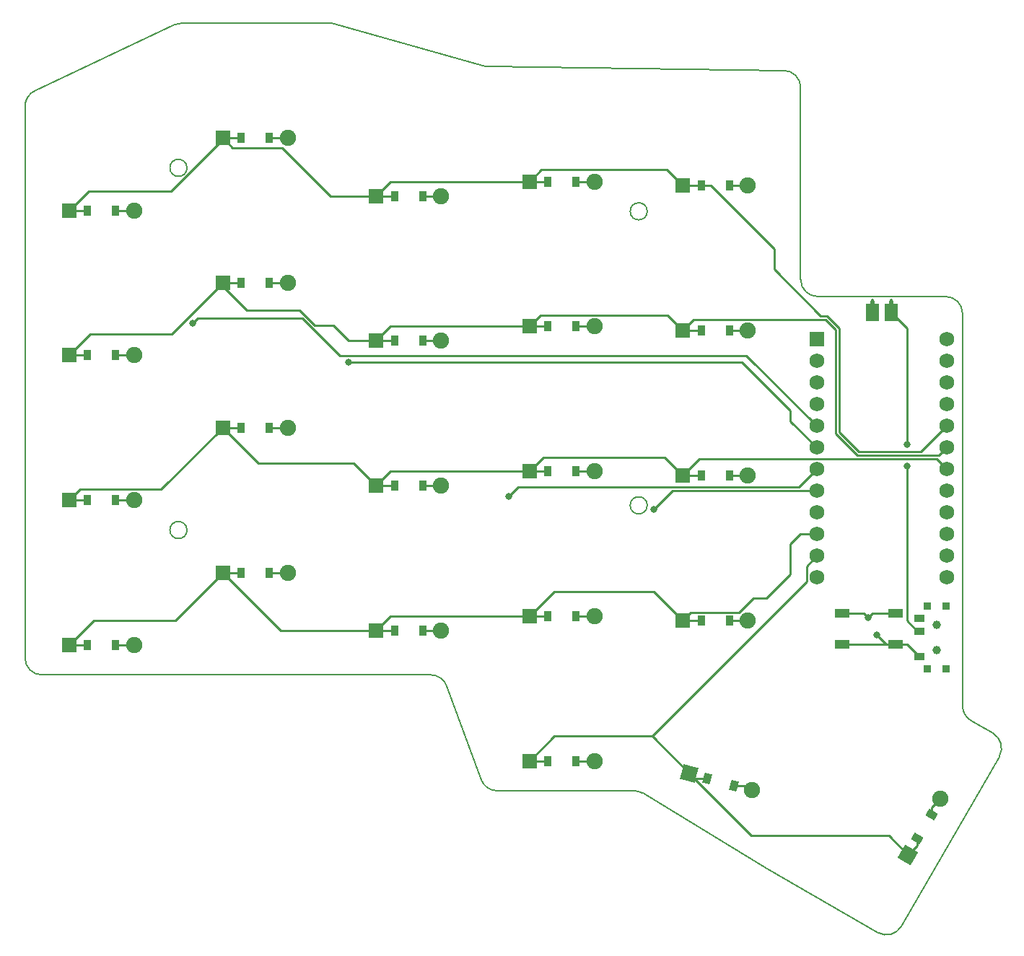
<source format=gbr>
%TF.GenerationSoftware,KiCad,Pcbnew,(6.0.0)*%
%TF.CreationDate,2022-02-05T12:05:09+01:00*%
%TF.ProjectId,samoklava2_pcb,73616d6f-6b6c-4617-9661-325f7063622e,v1.0.0*%
%TF.SameCoordinates,Original*%
%TF.FileFunction,Copper,L1,Top*%
%TF.FilePolarity,Positive*%
%FSLAX46Y46*%
G04 Gerber Fmt 4.6, Leading zero omitted, Abs format (unit mm)*
G04 Created by KiCad (PCBNEW (6.0.0)) date 2022-02-05 12:05:09*
%MOMM*%
%LPD*%
G01*
G04 APERTURE LIST*
G04 Aperture macros list*
%AMRotRect*
0 Rectangle, with rotation*
0 The origin of the aperture is its center*
0 $1 length*
0 $2 width*
0 $3 Rotation angle, in degrees counterclockwise*
0 Add horizontal line*
21,1,$1,$2,0,0,$3*%
%AMFreePoly0*
4,1,13,0.750000,-1.050000,0.229000,-1.050000,0.229000,-1.335200,0.214355,-1.370555,0.179000,-1.385200,-0.176600,-1.385200,-0.211955,-1.370555,-0.226600,-1.335200,-0.226600,-1.050000,-0.750000,-1.050000,-0.750000,1.050000,0.750000,1.050000,0.750000,-1.050000,0.750000,-1.050000,$1*%
%AMFreePoly1*
4,1,13,0.750000,-1.050000,0.228600,-1.050000,0.228600,-1.335200,0.213955,-1.370555,0.178600,-1.385200,-0.177000,-1.385200,-0.212355,-1.370555,-0.227000,-1.335200,-0.227000,-1.050000,-0.750000,-1.050000,-0.750000,1.050000,0.750000,1.050000,0.750000,-1.050000,0.750000,-1.050000,$1*%
G04 Aperture macros list end*
%TA.AperFunction,Profile*%
%ADD10C,0.150000*%
%TD*%
%TA.AperFunction,WasherPad*%
%ADD11C,1.000000*%
%TD*%
%TA.AperFunction,SMDPad,CuDef*%
%ADD12R,0.900000X0.900000*%
%TD*%
%TA.AperFunction,SMDPad,CuDef*%
%ADD13R,1.250000X0.900000*%
%TD*%
%TA.AperFunction,SMDPad,CuDef*%
%ADD14R,1.800000X1.100000*%
%TD*%
%TA.AperFunction,SMDPad,CuDef*%
%ADD15RotRect,0.900000X1.200000X345.000000*%
%TD*%
%TA.AperFunction,ComponentPad*%
%ADD16C,1.905000*%
%TD*%
%TA.AperFunction,ComponentPad*%
%ADD17RotRect,1.778000X1.778000X345.000000*%
%TD*%
%TA.AperFunction,SMDPad,CuDef*%
%ADD18R,0.900000X1.200000*%
%TD*%
%TA.AperFunction,ComponentPad*%
%ADD19R,1.778000X1.778000*%
%TD*%
%TA.AperFunction,ComponentPad*%
%ADD20R,1.752600X1.752600*%
%TD*%
%TA.AperFunction,ComponentPad*%
%ADD21C,1.752600*%
%TD*%
%TA.AperFunction,SMDPad,CuDef*%
%ADD22RotRect,0.900000X1.200000X60.000000*%
%TD*%
%TA.AperFunction,ComponentPad*%
%ADD23RotRect,1.778000X1.778000X60.000000*%
%TD*%
%TA.AperFunction,ComponentPad*%
%ADD24C,0.457200*%
%TD*%
%TA.AperFunction,SMDPad,CuDef*%
%ADD25FreePoly0,180.000000*%
%TD*%
%TA.AperFunction,SMDPad,CuDef*%
%ADD26FreePoly1,180.000000*%
%TD*%
%TA.AperFunction,ViaPad*%
%ADD27C,0.800000*%
%TD*%
%TA.AperFunction,Conductor*%
%ADD28C,0.250000*%
%TD*%
G04 APERTURE END LIST*
D10*
X101000000Y33900000D02*
G75*
G03*
X99000000Y35900000I-1999999J1D01*
G01*
X101000000Y-12141090D02*
G75*
G03*
X102000000Y-13873141I2000000J0D01*
G01*
X-9000000Y-6500000D02*
G75*
G03*
X-7000000Y-8500000I1999999J-1D01*
G01*
X-9000000Y58232663D02*
X-9000000Y-6500000D01*
X8594465Y67808497D02*
X-7854013Y60041161D01*
X44745899Y62971995D02*
X27267341Y67924253D01*
X46395588Y-22100000D02*
X62441218Y-22100000D01*
X80027025Y62426662D02*
X45264080Y62896431D01*
X40481569Y-9809869D02*
X44518431Y-20790131D01*
X78060291Y-31227935D02*
G75*
G03*
X78096935Y-31249615I1031524J1701695D01*
G01*
X-7000000Y-8500000D02*
X38604412Y-8500000D01*
X27267341Y67924253D02*
G75*
G03*
X26722136Y68000000I-545201J-1924212D01*
G01*
X78096934Y-31249614D02*
X91068878Y-38738969D01*
X26722135Y68000000D02*
X9448477Y68000000D01*
X44518431Y-20790131D02*
G75*
G03*
X46395588Y-22100000I1877157J690130D01*
G01*
X10000000Y8500000D02*
G75*
G03*
X10000000Y8500000I-1000000J0D01*
G01*
X63477862Y-22389629D02*
X78060291Y-31227935D01*
X64000000Y11400000D02*
G75*
G03*
X64000000Y11400000I-1000000J0D01*
G01*
X40481569Y-9809869D02*
G75*
G03*
X38604412Y-8500000I-1877157J-690130D01*
G01*
X99000000Y35900000D02*
X84000000Y35900000D01*
X101000000Y-12141090D02*
X101000000Y33900000D01*
X9448477Y68000000D02*
G75*
G03*
X8594464Y67808497I2J-2000006D01*
G01*
X82000000Y37900000D02*
X82000000Y60426844D01*
X10000000Y51000000D02*
G75*
G03*
X10000000Y51000000I-1000000J0D01*
G01*
X-7854013Y60041161D02*
G75*
G03*
X-9000001Y58232663I854012J-1808497D01*
G01*
X93800928Y-38006919D02*
X105300929Y-18088334D01*
X63477862Y-22389629D02*
G75*
G03*
X62441218Y-22100000I-1036646J-1710378D01*
G01*
X64000000Y45900000D02*
G75*
G03*
X64000000Y45900000I-1000000J0D01*
G01*
X105300929Y-18088334D02*
G75*
G03*
X104568878Y-15356283I-1732051J1000000D01*
G01*
X102000000Y-13873141D02*
X104568878Y-15356284D01*
X44745899Y62971995D02*
G75*
G03*
X45264080Y62896431I545202J1924232D01*
G01*
X82000001Y60426844D02*
G75*
G03*
X80027025Y62426661I-2000001J-1D01*
G01*
X91068878Y-38738969D02*
G75*
G03*
X93800928Y-38006919I1000000J1732050D01*
G01*
X82000000Y37900000D02*
G75*
G03*
X84000000Y35900000I1999999J-1D01*
G01*
D11*
%TO.P,T1,*%
%TO.N,*%
X98000000Y-2600000D03*
D12*
X99100000Y-7800000D03*
X99100000Y-400000D03*
D11*
X98000000Y-5600000D03*
D12*
X96900000Y-400000D03*
X96900000Y-7800000D03*
D13*
%TO.P,T1,1*%
%TO.N,GND*%
X95925000Y-6350000D03*
%TO.P,T1,2*%
%TO.N,Bminus*%
X95925000Y-3350000D03*
%TO.P,T1,3*%
%TO.N,N/C*%
X95925000Y-1850000D03*
%TD*%
D14*
%TO.P,B1,1*%
%TO.N,RST*%
X86900000Y-1250000D03*
X93100000Y-1250000D03*
%TO.P,B1,2*%
%TO.N,GND*%
X86900000Y-4950000D03*
X93100000Y-4950000D03*
%TD*%
D15*
%TO.P,D22,1*%
%TO.N,P16*%
X71005421Y-20621580D03*
D16*
%TO.N,home_default*%
X76279376Y-22034732D03*
D17*
%TO.P,D22,2*%
%TO.N,P16*%
X68919022Y-20062530D03*
D15*
%TO.N,home_default*%
X74192977Y-21475682D03*
%TD*%
D16*
%TO.P,D15,1*%
%TO.N,index_top*%
X57810000Y32400000D03*
D18*
%TO.N,P3*%
X52350000Y32400000D03*
%TO.P,D15,2*%
%TO.N,index_top*%
X55650000Y32400000D03*
D19*
%TO.N,P3*%
X50190000Y32400000D03*
%TD*%
D18*
%TO.P,D6,1*%
%TO.N,P4*%
X16350000Y20500000D03*
D16*
%TO.N,ring_home*%
X21810000Y20500000D03*
D19*
%TO.P,D6,2*%
%TO.N,P4*%
X14190000Y20500000D03*
D18*
%TO.N,ring_home*%
X19650000Y20500000D03*
%TD*%
D20*
%TO.P,MCU1,1*%
%TO.N,RAW*%
X83880000Y30870000D03*
D21*
%TO.P,MCU1,2*%
%TO.N,GND*%
X83880000Y28330000D03*
%TO.P,MCU1,3*%
%TO.N,RST*%
X83880000Y25790000D03*
%TO.P,MCU1,4*%
%TO.N,VCC*%
X83880000Y23250000D03*
%TO.P,MCU1,5*%
%TO.N,P21*%
X83880000Y20710000D03*
%TO.P,MCU1,6*%
%TO.N,P20*%
X83880000Y18170000D03*
%TO.P,MCU1,7*%
%TO.N,P19*%
X83880000Y15630000D03*
%TO.P,MCU1,8*%
%TO.N,P18*%
X83880000Y13090000D03*
%TO.P,MCU1,9*%
%TO.N,P15*%
X83880000Y10550000D03*
%TO.P,MCU1,10*%
%TO.N,P14*%
X83880000Y8010000D03*
%TO.P,MCU1,11*%
%TO.N,P16*%
X83880000Y5470000D03*
%TO.P,MCU1,12*%
%TO.N,P10*%
X83880000Y2930000D03*
%TO.P,MCU1,13*%
%TO.N,P1*%
X99120000Y30870000D03*
%TO.P,MCU1,14*%
%TO.N,P0*%
X99120000Y28330000D03*
%TO.P,MCU1,15*%
%TO.N,GND*%
X99120000Y25790000D03*
%TO.P,MCU1,16*%
X99120000Y23250000D03*
%TO.P,MCU1,17*%
%TO.N,P2*%
X99120000Y20710000D03*
%TO.P,MCU1,18*%
%TO.N,P3*%
X99120000Y18170000D03*
%TO.P,MCU1,19*%
%TO.N,P4*%
X99120000Y15630000D03*
%TO.P,MCU1,20*%
%TO.N,P5*%
X99120000Y13090000D03*
%TO.P,MCU1,21*%
%TO.N,P6*%
X99120000Y10550000D03*
%TO.P,MCU1,22*%
%TO.N,P7*%
X99120000Y8010000D03*
%TO.P,MCU1,23*%
%TO.N,P8*%
X99120000Y5470000D03*
%TO.P,MCU1,24*%
%TO.N,P9*%
X99120000Y2930000D03*
%TD*%
D16*
%TO.P,D10,1*%
%TO.N,middle_home*%
X39810000Y13700000D03*
D18*
%TO.N,P4*%
X34350000Y13700000D03*
D19*
%TO.P,D10,2*%
X32190000Y13700000D03*
D18*
%TO.N,middle_home*%
X37650000Y13700000D03*
%TD*%
%TO.P,D16,1*%
%TO.N,P2*%
X52350000Y49400000D03*
D16*
%TO.N,index_topmost*%
X57810000Y49400000D03*
D19*
%TO.P,D16,2*%
%TO.N,P2*%
X50190000Y49400000D03*
D18*
%TO.N,index_topmost*%
X55650000Y49400000D03*
%TD*%
D16*
%TO.P,D11,1*%
%TO.N,middle_top*%
X39810000Y30700000D03*
D18*
%TO.N,P3*%
X34350000Y30700000D03*
D19*
%TO.P,D11,2*%
X32190000Y30700000D03*
D18*
%TO.N,middle_top*%
X37650000Y30700000D03*
%TD*%
%TO.P,D17,1*%
%TO.N,P14*%
X70350000Y-2100000D03*
D16*
%TO.N,innermost_bottom*%
X75810000Y-2100000D03*
D19*
%TO.P,D17,2*%
%TO.N,P14*%
X68190000Y-2100000D03*
D18*
%TO.N,innermost_bottom*%
X73650000Y-2100000D03*
%TD*%
%TO.P,D20,1*%
%TO.N,P2*%
X70350000Y48900000D03*
D16*
%TO.N,innermost_topmost*%
X75810000Y48900000D03*
D19*
%TO.P,D20,2*%
%TO.N,P2*%
X68190000Y48900000D03*
D18*
%TO.N,innermost_topmost*%
X73650000Y48900000D03*
%TD*%
%TO.P,D18,1*%
%TO.N,P4*%
X70350000Y14900000D03*
D16*
%TO.N,innermost_home*%
X75810000Y14900000D03*
D18*
%TO.P,D18,2*%
X73650000Y14900000D03*
D19*
%TO.N,P4*%
X68190000Y14900000D03*
%TD*%
D18*
%TO.P,D7,1*%
%TO.N,P3*%
X16350000Y37500000D03*
D16*
%TO.N,ring_top*%
X21810000Y37500000D03*
D19*
%TO.P,D7,2*%
%TO.N,P3*%
X14190000Y37500000D03*
D18*
%TO.N,ring_top*%
X19650000Y37500000D03*
%TD*%
D16*
%TO.P,D13,1*%
%TO.N,index_bottom*%
X57810000Y-1600000D03*
D18*
%TO.N,P14*%
X52350000Y-1600000D03*
D19*
%TO.P,D13,2*%
X50190000Y-1600000D03*
D18*
%TO.N,index_bottom*%
X55650000Y-1600000D03*
%TD*%
%TO.P,D4,1*%
%TO.N,P2*%
X-1650000Y46000000D03*
D16*
%TO.N,pinky_topmost*%
X3810000Y46000000D03*
D18*
%TO.P,D4,2*%
X1650000Y46000000D03*
D19*
%TO.N,P2*%
X-3810000Y46000000D03*
%TD*%
D22*
%TO.P,D23,1*%
%TO.N,P16*%
X95694840Y-27726569D03*
D16*
%TO.N,far_default*%
X98424840Y-22998070D03*
D22*
%TO.P,D23,2*%
X97344840Y-24868685D03*
D23*
%TO.N,P16*%
X94614840Y-29597184D03*
%TD*%
D16*
%TO.P,D21,1*%
%TO.N,near_default*%
X57810000Y-18600000D03*
D18*
%TO.N,P16*%
X52350000Y-18600000D03*
D19*
%TO.P,D21,2*%
X50190000Y-18600000D03*
D18*
%TO.N,near_default*%
X55650000Y-18600000D03*
%TD*%
D16*
%TO.P,D14,1*%
%TO.N,index_home*%
X57810000Y15400000D03*
D18*
%TO.N,P4*%
X52350000Y15400000D03*
%TO.P,D14,2*%
%TO.N,index_home*%
X55650000Y15400000D03*
D19*
%TO.N,P4*%
X50190000Y15400000D03*
%TD*%
D16*
%TO.P,D9,1*%
%TO.N,middle_bottom*%
X39810000Y-3300000D03*
D18*
%TO.N,P14*%
X34350000Y-3300000D03*
%TO.P,D9,2*%
%TO.N,middle_bottom*%
X37650000Y-3300000D03*
D19*
%TO.N,P14*%
X32190000Y-3300000D03*
%TD*%
D16*
%TO.P,D12,1*%
%TO.N,middle_topmost*%
X39810000Y47700000D03*
D18*
%TO.N,P2*%
X34350000Y47700000D03*
D19*
%TO.P,D12,2*%
X32190000Y47700000D03*
D18*
%TO.N,middle_topmost*%
X37650000Y47700000D03*
%TD*%
D16*
%TO.P,D1,1*%
%TO.N,pinky_bottom*%
X3810000Y-5000000D03*
D18*
%TO.N,P14*%
X-1650000Y-5000000D03*
D19*
%TO.P,D1,2*%
X-3810000Y-5000000D03*
D18*
%TO.N,pinky_bottom*%
X1650000Y-5000000D03*
%TD*%
%TO.P,D8,1*%
%TO.N,P2*%
X16350000Y54500000D03*
D16*
%TO.N,ring_topmost*%
X21810000Y54500000D03*
D19*
%TO.P,D8,2*%
%TO.N,P2*%
X14190000Y54500000D03*
D18*
%TO.N,ring_topmost*%
X19650000Y54500000D03*
%TD*%
%TO.P,D5,1*%
%TO.N,P14*%
X16350000Y3500000D03*
D16*
%TO.N,ring_bottom*%
X21810000Y3500000D03*
D18*
%TO.P,D5,2*%
X19650000Y3500000D03*
D19*
%TO.N,P14*%
X14190000Y3500000D03*
%TD*%
D18*
%TO.P,D19,1*%
%TO.N,P3*%
X70350000Y31900000D03*
D16*
%TO.N,innermost_top*%
X75810000Y31900000D03*
D18*
%TO.P,D19,2*%
X73650000Y31900000D03*
D19*
%TO.N,P3*%
X68190000Y31900000D03*
%TD*%
D24*
%TO.P,BT1,1*%
%TO.N,RAW*%
X90399600Y35377600D03*
D25*
X90400000Y34036000D03*
D24*
%TO.P,BT1,2*%
%TO.N,Bminus*%
X92600000Y35377600D03*
D26*
X92600000Y34036000D03*
%TD*%
D16*
%TO.P,D2,1*%
%TO.N,pinky_home*%
X3810000Y12000000D03*
D18*
%TO.N,P4*%
X-1650000Y12000000D03*
D19*
%TO.P,D2,2*%
X-3810000Y12000000D03*
D18*
%TO.N,pinky_home*%
X1650000Y12000000D03*
%TD*%
D16*
%TO.P,D3,1*%
%TO.N,pinky_top*%
X3810000Y29000000D03*
D18*
%TO.N,P3*%
X-1650000Y29000000D03*
D19*
%TO.P,D3,2*%
X-3810000Y29000000D03*
D18*
%TO.N,pinky_top*%
X1650000Y29000000D03*
%TD*%
D27*
%TO.N,P21*%
X10668000Y32766000D03*
%TO.N,P20*%
X28956000Y28194000D03*
%TO.N,P19*%
X47752000Y12446000D03*
%TO.N,P18*%
X64770000Y10922000D03*
%TO.N,GND*%
X90932000Y-3810000D03*
%TO.N,RST*%
X89916000Y-1778000D03*
%TO.N,Bminus*%
X94488000Y16002000D03*
X94488000Y18542000D03*
%TD*%
D28*
%TO.N,pinky_bottom*%
X1650000Y-5000000D02*
X3810000Y-5000000D01*
%TO.N,P21*%
X23543794Y33324521D02*
X27912315Y28956000D01*
X10668000Y32766000D02*
X11226521Y33324521D01*
X27912315Y28956000D02*
X75634000Y28956000D01*
X75634000Y28956000D02*
X83880000Y20710000D01*
X11226521Y33324521D02*
X23543794Y33324521D01*
%TO.N,P14*%
X80772000Y6858000D02*
X81924000Y8010000D01*
X81924000Y8010000D02*
X83880000Y8010000D01*
X20990000Y-3300000D02*
X14190000Y3500000D01*
X80772000Y3302000D02*
X80772000Y6858000D01*
X53100979Y1310979D02*
X50190000Y-1600000D01*
X34350000Y-3300000D02*
X32190000Y-3300000D01*
X-899021Y-2089021D02*
X-3810000Y-5000000D01*
X68190000Y-2100000D02*
X69114511Y-1175489D01*
X52350000Y-1600000D02*
X50190000Y-1600000D01*
X76454000Y508000D02*
X77978000Y508000D01*
X64779021Y1310979D02*
X53100979Y1310979D01*
X74770511Y-1175489D02*
X76454000Y508000D01*
X50190000Y-1600000D02*
X33890000Y-1600000D01*
X69114511Y-1175489D02*
X74770511Y-1175489D01*
X-3810000Y-5000000D02*
X-1650000Y-5000000D01*
X8600979Y-2089021D02*
X-899021Y-2089021D01*
X77978000Y508000D02*
X80772000Y3302000D01*
X68190000Y-2100000D02*
X64779021Y1310979D01*
X33890000Y-1600000D02*
X32190000Y-3300000D01*
X16350000Y3500000D02*
X14190000Y3500000D01*
X14190000Y3500000D02*
X8600979Y-2089021D01*
X70350000Y-2100000D02*
X68190000Y-2100000D01*
X32190000Y-3300000D02*
X20990000Y-3300000D01*
%TO.N,pinky_home*%
X1650000Y12000000D02*
X3810000Y12000000D01*
%TO.N,P4*%
X33890000Y15400000D02*
X32190000Y13700000D01*
X68190000Y14900000D02*
X66072000Y17018000D01*
X29565479Y16324521D02*
X18365479Y16324521D01*
X32190000Y13700000D02*
X29565479Y16324521D01*
X99120000Y15630000D02*
X97919189Y16830811D01*
X16350000Y20500000D02*
X14190000Y20500000D01*
X50190000Y15400000D02*
X33890000Y15400000D01*
X51808000Y17018000D02*
X50190000Y15400000D01*
X18365479Y16324521D02*
X14190000Y20500000D01*
X66072000Y17018000D02*
X51808000Y17018000D01*
X97919189Y16830811D02*
X70120811Y16830811D01*
X6967011Y13277011D02*
X-2532989Y13277011D01*
X52350000Y15400000D02*
X50190000Y15400000D01*
X70120811Y16830811D02*
X68190000Y14900000D01*
X34350000Y13700000D02*
X32190000Y13700000D01*
X70350000Y14900000D02*
X68190000Y14900000D01*
X-1650000Y12000000D02*
X-3810000Y12000000D01*
X14190000Y20500000D02*
X6967011Y13277011D01*
X-2532989Y13277011D02*
X-3810000Y12000000D01*
%TO.N,pinky_top*%
X1650000Y29000000D02*
X3810000Y29000000D01*
%TO.N,P3*%
X51467011Y33677011D02*
X50190000Y32400000D01*
X86106000Y19812000D02*
X86106000Y32004000D01*
X8186000Y31496000D02*
X14190000Y37500000D01*
X34350000Y30700000D02*
X32190000Y30700000D01*
X32190000Y30700000D02*
X33890000Y32400000D01*
X24992033Y32512000D02*
X23214033Y34290000D01*
X16350000Y37500000D02*
X14190000Y37500000D01*
X88637669Y17280331D02*
X86106000Y19812000D01*
X-1314000Y31496000D02*
X8186000Y31496000D01*
X98230331Y17280331D02*
X88637669Y17280331D01*
X-1650000Y29000000D02*
X-3810000Y29000000D01*
X23214033Y34290000D02*
X17018000Y34290000D01*
X70350000Y31900000D02*
X68190000Y31900000D01*
X69467011Y33177011D02*
X68190000Y31900000D01*
X14190000Y37118000D02*
X14190000Y37500000D01*
X68190000Y31900000D02*
X66412989Y33677011D01*
X86106000Y32004000D02*
X84932989Y33177011D01*
X66412989Y33677011D02*
X51467011Y33677011D01*
X17018000Y34290000D02*
X14190000Y37118000D01*
X33890000Y32400000D02*
X50190000Y32400000D01*
X99120000Y18170000D02*
X98230331Y17280331D01*
X84932989Y33177011D02*
X69467011Y33177011D01*
X52350000Y32400000D02*
X50190000Y32400000D01*
X28990000Y30700000D02*
X27178000Y32512000D01*
X27178000Y32512000D02*
X24992033Y32512000D01*
X-3810000Y29000000D02*
X-1314000Y31496000D01*
X32190000Y30700000D02*
X28990000Y30700000D01*
%TO.N,pinky_topmost*%
X1650000Y46000000D02*
X3810000Y46000000D01*
%TO.N,P2*%
X86555520Y32190197D02*
X85119186Y33626531D01*
X84328000Y33626531D02*
X78874521Y39080010D01*
X50190000Y49400000D02*
X33890000Y49400000D01*
X71496000Y48900000D02*
X70350000Y48900000D01*
X34350000Y47700000D02*
X32190000Y47700000D01*
X51590000Y50800000D02*
X50190000Y49400000D01*
X-3810000Y46000000D02*
X-1550000Y48260000D01*
X-1550000Y48260000D02*
X8128000Y48260000D01*
X96139851Y17729851D02*
X88823867Y17729851D01*
X99120000Y20710000D02*
X96139851Y17729851D01*
X26804033Y47700000D02*
X21164033Y53340000D01*
X68190000Y48900000D02*
X66290000Y50800000D01*
X70350000Y48900000D02*
X68190000Y48900000D01*
X33890000Y49400000D02*
X32190000Y47700000D01*
X88823867Y17729851D02*
X86555520Y19998198D01*
X21164033Y53340000D02*
X15350000Y53340000D01*
X-1650000Y46000000D02*
X-3810000Y46000000D01*
X52350000Y49400000D02*
X50190000Y49400000D01*
X66290000Y50800000D02*
X51590000Y50800000D01*
X8128000Y48260000D02*
X14190000Y54322000D01*
X78874521Y39080010D02*
X78874521Y41521479D01*
X15350000Y53340000D02*
X14190000Y54500000D01*
X85119186Y33626531D02*
X84328000Y33626531D01*
X16350000Y54500000D02*
X14190000Y54500000D01*
X14190000Y54322000D02*
X14190000Y54500000D01*
X78874521Y41521479D02*
X71496000Y48900000D01*
X32190000Y47700000D02*
X26804033Y47700000D01*
X86555520Y19998198D02*
X86555520Y32190197D01*
%TO.N,ring_bottom*%
X19650000Y3500000D02*
X21810000Y3500000D01*
%TO.N,P20*%
X80772000Y22528974D02*
X80772000Y21278000D01*
X75076453Y28224521D02*
X80772000Y22528974D01*
X28956000Y28194000D02*
X28986521Y28224521D01*
X80772000Y21278000D02*
X83880000Y18170000D01*
X28986521Y28224521D02*
X75076453Y28224521D01*
%TO.N,ring_home*%
X19650000Y20500000D02*
X21810000Y20500000D01*
%TO.N,ring_top*%
X19650000Y37500000D02*
X21810000Y37500000D01*
%TO.N,ring_topmost*%
X19650000Y54500000D02*
X21810000Y54500000D01*
%TO.N,middle_bottom*%
X37650000Y-3300000D02*
X39810000Y-3300000D01*
%TO.N,P19*%
X81789520Y13539520D02*
X83880000Y15630000D01*
X48845520Y13539520D02*
X81789520Y13539520D01*
X47752000Y12446000D02*
X48845520Y13539520D01*
%TO.N,middle_home*%
X37650000Y13700000D02*
X39810000Y13700000D01*
%TO.N,middle_top*%
X37650000Y30700000D02*
X39810000Y30700000D01*
%TO.N,middle_topmost*%
X37650000Y47700000D02*
X39810000Y47700000D01*
%TO.N,index_bottom*%
X55650000Y-1600000D02*
X57810000Y-1600000D01*
%TO.N,P18*%
X64770000Y10922000D02*
X66938000Y13090000D01*
X66938000Y13090000D02*
X83880000Y13090000D01*
%TO.N,index_home*%
X55650000Y15400000D02*
X57810000Y15400000D01*
%TO.N,index_top*%
X55650000Y32400000D02*
X57810000Y32400000D01*
%TO.N,index_topmost*%
X55650000Y49400000D02*
X57810000Y49400000D01*
%TO.N,innermost_bottom*%
X73650000Y-2100000D02*
X75810000Y-2100000D01*
%TO.N,innermost_home*%
X73650000Y14900000D02*
X75810000Y14900000D01*
%TO.N,innermost_top*%
X73650000Y31900000D02*
X75810000Y31900000D01*
%TO.N,innermost_topmost*%
X73650000Y48900000D02*
X75810000Y48900000D01*
%TO.N,near_default*%
X55650000Y-18600000D02*
X57810000Y-18600000D01*
%TO.N,P16*%
X53100979Y-15689021D02*
X50190000Y-18600000D01*
X68919022Y-20062530D02*
X64560246Y-15703754D01*
X64560246Y-15703754D02*
X82679189Y2415189D01*
X64560246Y-15703754D02*
X64545513Y-15689021D01*
X94614840Y-29597184D02*
X92353002Y-27335346D01*
X52350000Y-18600000D02*
X50190000Y-18600000D01*
X64545513Y-15689021D02*
X53100979Y-15689021D01*
X95694840Y-27726569D02*
X95694840Y-28517184D01*
X82679189Y4269189D02*
X83880000Y5470000D01*
X82679189Y2415189D02*
X82679189Y4269189D01*
X95694840Y-28517184D02*
X94614840Y-29597184D01*
X92353002Y-27335346D02*
X76191838Y-27335346D01*
X76191838Y-27335346D02*
X68919022Y-20062530D01*
X71005421Y-20621580D02*
X69478072Y-20621580D01*
X69478072Y-20621580D02*
X68919022Y-20062530D01*
%TO.N,home_default*%
X75720326Y-21475682D02*
X76279376Y-22034732D01*
X74192977Y-21475682D02*
X75720326Y-21475682D01*
%TO.N,far_default*%
X97344840Y-24868685D02*
X97344840Y-24078070D01*
X97344840Y-24078070D02*
X98424840Y-22998070D01*
%TO.N,GND*%
X86900000Y-4950000D02*
X93100000Y-4950000D01*
X93100000Y-4950000D02*
X94525000Y-4950000D01*
X92072000Y-4950000D02*
X93100000Y-4950000D01*
X90932000Y-3810000D02*
X92072000Y-4950000D01*
X94525000Y-4950000D02*
X95925000Y-6350000D01*
%TO.N,RST*%
X89388000Y-1250000D02*
X89916000Y-1778000D01*
X86900000Y-1250000D02*
X89388000Y-1250000D01*
X89916000Y-1778000D02*
X90444000Y-1250000D01*
X90444000Y-1250000D02*
X93100000Y-1250000D01*
%TO.N,Bminus*%
X95925000Y-3350000D02*
X95700978Y-3350000D01*
X94488000Y-2137022D02*
X94488000Y16002000D01*
X95700978Y-3350000D02*
X94488000Y-2137022D01*
X94488000Y18542000D02*
X94488000Y32148000D01*
X94488000Y32148000D02*
X92600000Y34036000D01*
%TD*%
M02*

</source>
